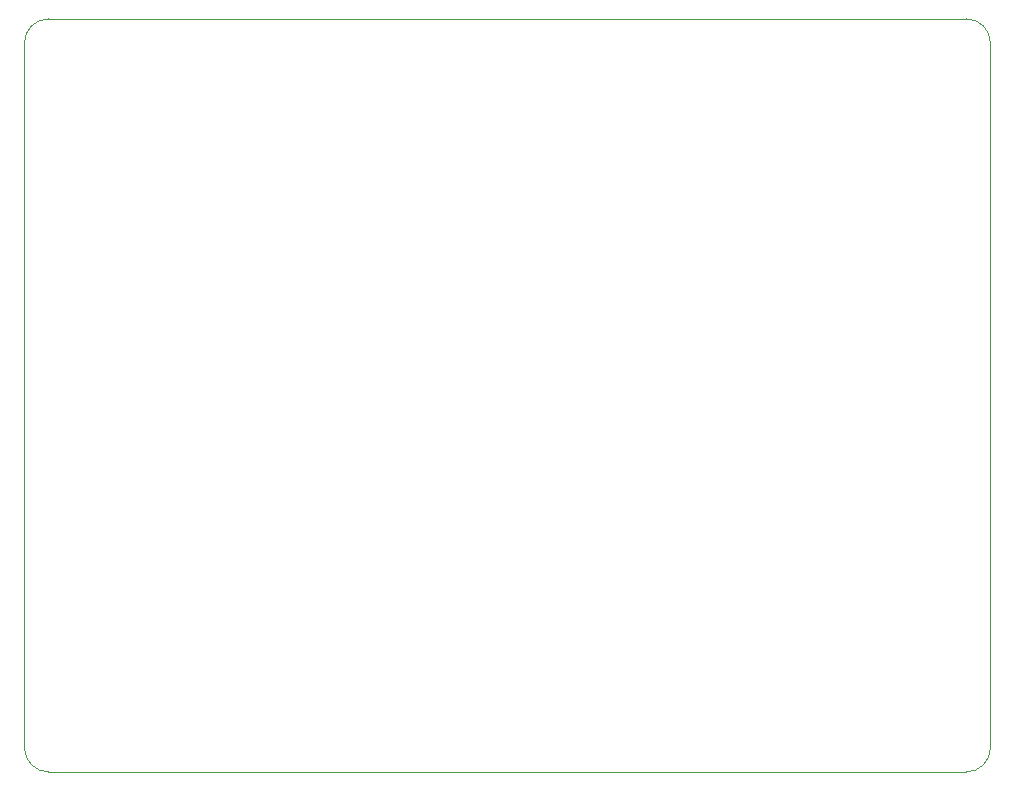
<source format=gbr>
G04 #@! TF.GenerationSoftware,KiCad,Pcbnew,(5.1.2-1)-1*
G04 #@! TF.CreationDate,2020-03-21T01:38:33+05:30*
G04 #@! TF.ProjectId,Mega,4d656761-2e6b-4696-9361-645f70636258,rev?*
G04 #@! TF.SameCoordinates,Original*
G04 #@! TF.FileFunction,Profile,NP*
%FSLAX46Y46*%
G04 Gerber Fmt 4.6, Leading zero omitted, Abs format (unit mm)*
G04 Created by KiCad (PCBNEW (5.1.2-1)-1) date 2020-03-21 01:38:33*
%MOMM*%
%LPD*%
G04 APERTURE LIST*
%ADD10C,0.050000*%
G04 APERTURE END LIST*
D10*
X92456000Y-12700000D02*
G75*
G02X94488000Y-14732000I0J-2032000D01*
G01*
X94488000Y-74422000D02*
G75*
G02X92456000Y-76454000I-2032000J0D01*
G01*
X14732000Y-76454000D02*
G75*
G02X12700000Y-74422000I0J2032000D01*
G01*
X12700000Y-14732000D02*
G75*
G02X14732000Y-12700000I2032000J0D01*
G01*
X92456000Y-76454000D02*
X14732000Y-76454000D01*
X94488000Y-14732000D02*
X94488000Y-74422000D01*
X12700000Y-74422000D02*
X12700000Y-14732000D01*
X14732000Y-12700000D02*
X92456000Y-12700000D01*
M02*

</source>
